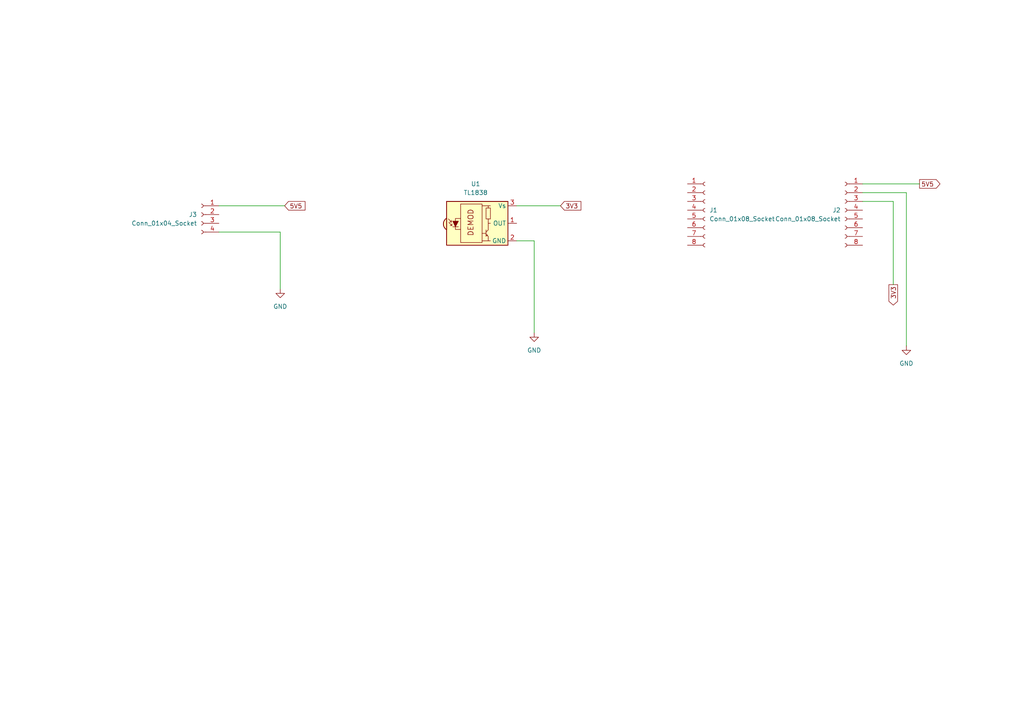
<source format=kicad_sch>
(kicad_sch (version 20250114) (generator "eeschema") (generator_version "9.0")
  (paper "A4")
  (lib_symbols
    (symbol "Connector:Conn_01x04_Socket" (pin_names (offset 1.016) (hide yes))
      (property "Reference" "J" (at 0 5.08 0))
      (property "Value" "Conn_01x04_Socket" (at 0 -7.62 0))
      (symbol "Conn_01x04_Socket_1_1"
        (polyline (pts (xy -1.27 2.54) (xy -0.508 2.54)) (stroke (width 0.1524)))
        (polyline (pts (xy -1.27 0) (xy -0.508 0)) (stroke (width 0.1524)))
        (polyline (pts (xy -1.27 -2.54) (xy -0.508 -2.54)) (stroke (width 0.1524)))
        (polyline (pts (xy -1.27 -5.08) (xy -0.508 -5.08)) (stroke (width 0.1524)))
        (arc (start 0 2.032) (mid -0.5058 2.54) (end 0 3.048) (stroke (width 0.1524)))
        (arc (start 0 -0.508) (mid -0.5058 0) (end 0 0.508) (stroke (width 0.1524)))
        (arc (start 0 -3.048) (mid -0.5058 -2.54) (end 0 -2.032) (stroke (width 0.1524)))
        (arc (start 0 -5.588) (mid -0.5058 -5.08) (end 0 -4.572) (stroke (width 0.1524)))
        (pin passive line (at -5.08 2.54 0) (length 3.81) (name "Pin_1") (number "1"))
        (pin passive line (at -5.08 0 0) (length 3.81) (name "Pin_2") (number "2"))
        (pin passive line (at -5.08 -2.54 0) (length 3.81) (name "Pin_3") (number "3"))
        (pin passive line (at -5.08 -5.08 0) (length 3.81) (name "Pin_4") (number "4"))
      )
    )
    (symbol "Connector:Conn_01x08_Socket" (pin_names (offset 1.016) (hide yes))
      (property "Reference" "J" (at 0 10.16 0))
      (property "Value" "Conn_01x08_Socket" (at 0 -12.7 0))
      (symbol "Conn_01x08_Socket_1_1"
        (polyline (pts (xy -1.27 7.62) (xy -0.508 7.62)) (stroke (width 0.1524)))
        (polyline (pts (xy -1.27 5.08) (xy -0.508 5.08)) (stroke (width 0.1524)))
        (polyline (pts (xy -1.27 2.54) (xy -0.508 2.54)) (stroke (width 0.1524)))
        (polyline (pts (xy -1.27 0) (xy -0.508 0)) (stroke (width 0.1524)))
        (polyline (pts (xy -1.27 -2.54) (xy -0.508 -2.54)) (stroke (width 0.1524)))
        (polyline (pts (xy -1.27 -5.08) (xy -0.508 -5.08)) (stroke (width 0.1524)))
        (polyline (pts (xy -1.27 -7.62) (xy -0.508 -7.62)) (stroke (width 0.1524)))
        (polyline (pts (xy -1.27 -10.16) (xy -0.508 -10.16)) (stroke (width 0.1524)))
        (arc (start 0 7.112) (mid -0.5058 7.62) (end 0 8.128) (stroke (width 0.1524)))
        (arc (start 0 4.572) (mid -0.5058 5.08) (end 0 5.588) (stroke (width 0.1524)))
        (arc (start 0 2.032) (mid -0.5058 2.54) (end 0 3.048) (stroke (width 0.1524)))
        (arc (start 0 -0.508) (mid -0.5058 0) (end 0 0.508) (stroke (width 0.1524)))
        (arc (start 0 -3.048) (mid -0.5058 -2.54) (end 0 -2.032) (stroke (width 0.1524)))
        (arc (start 0 -5.588) (mid -0.5058 -5.08) (end 0 -4.572) (stroke (width 0.1524)))
        (arc (start 0 -8.128) (mid -0.5058 -7.62) (end 0 -7.112) (stroke (width 0.1524)))
        (arc (start 0 -10.668) (mid -0.5058 -10.16) (end 0 -9.652) (stroke (width 0.1524)))
        (pin passive line (at -5.08 7.62 0) (length 3.81) (name "Pin_1") (number "1"))
        (pin passive line (at -5.08 5.08 0) (length 3.81) (name "Pin_2") (number "2"))
        (pin passive line (at -5.08 2.54 0) (length 3.81) (name "Pin_3") (number "3"))
        (pin passive line (at -5.08 0 0) (length 3.81) (name "Pin_4") (number "4"))
        (pin passive line (at -5.08 -2.54 0) (length 3.81) (name "Pin_5") (number "5"))
        (pin passive line (at -5.08 -5.08 0) (length 3.81) (name "Pin_6") (number "6"))
        (pin passive line (at -5.08 -7.62 0) (length 3.81) (name "Pin_7") (number "7"))
        (pin passive line (at -5.08 -10.16 0) (length 3.81) (name "Pin_8") (number "8"))
      )
    )
    (symbol "Interface_Optical:TSOP582xx"
      (property "Reference" "U" (at -10.16 7.62 0))
      (property "Value" "TSOP582xx" (at -10.16 -7.62 0))
      (symbol "TSOP582xx_0_0"
        (arc (start -10.287 -1.778) (mid -11.0899 -0.1905) (end -10.287 1.397) (stroke (width 0.254)) (fill (type background)))
        (polyline (pts (xy 1.905 5.08) (xy 0.127 5.08)))
        (polyline (pts (xy 1.905 -5.08) (xy 0.127 -5.08)))
        (text "DEMOD" (at -3.175 0.254 900) (effects (font (size 1.524 1.524))))
      )
      (symbol "TSOP582xx_0_1"
        (polyline (pts (xy -8.763 0.381) (xy -9.652 1.27)))
        (polyline (pts (xy -8.763 0.381) (xy -9.271 0.381)))
        (polyline (pts (xy -8.763 0.381) (xy -8.763 0.889)))
        (polyline (pts (xy -8.636 -0.635) (xy -9.525 0.254)))
        (polyline (pts (xy -8.636 -0.635) (xy -9.144 -0.635)))
        (polyline (pts (xy -8.636 -0.635) (xy -8.636 -0.127)))
        (polyline (pts (xy -8.382 0.635) (xy -6.731 0.635) (xy -7.62 -1.016) (xy -8.382 0.635)) (fill (type outline)))
        (polyline (pts (xy -8.382 -1.016) (xy -6.731 -1.016)))
        (rectangle (start -6.096 5.588) (end 0.127 -5.588))
        (polyline (pts (xy -6.096 1.397) (xy -7.62 1.397) (xy -7.62 -1.778) (xy -6.096 -1.778)))
        (polyline (pts (xy 1.27 -1.905) (xy 1.27 -3.81)))
        (polyline (pts (xy 1.27 -2.54) (xy 1.905 -1.905) (xy 1.905 0) (xy 2.54 0)))
        (polyline (pts (xy 1.27 -2.921) (xy 0.127 -2.921)))
        (polyline (pts (xy 1.27 -3.175) (xy 1.905 -3.81) (xy 1.905 -5.08) (xy 2.54 -5.08)))
        (polyline (pts (xy 1.397 -3.556) (xy 1.524 -3.556)))
        (polyline (pts (xy 1.651 -3.556) (xy 1.524 -3.556)))
        (polyline (pts (xy 1.651 -3.556) (xy 1.651 -3.302)))
        (polyline (pts (xy 1.905 4.445) (xy 1.905 5.08) (xy 2.54 5.08)))
        (polyline (pts (xy 1.905 0) (xy 1.905 1.27)))
        (rectangle (start 2.54 1.27) (end 1.27 4.445))
        (rectangle (start 7.62 6.35) (end -10.16 -6.35) (stroke (width 0.254)) (fill (type background)))
      )
      (symbol "TSOP582xx_1_1"
        (pin power_in line (at 10.16 5.08 180) (length 2.54) (name "Vs") (number "3"))
        (pin output line (at 10.16 0 180) (length 2.54) (name "OUT") (number "1"))
        (pin power_in line (at 10.16 -5.08 180) (length 2.54) (name "GND") (number "2"))
      )
    )
    (symbol "power:GND" (power) (pin_numbers (hide yes)) (pin_names (offset 0) (hide yes))
      (property "Value" "GND" (at 0 -3.81 0))
      (symbol "GND_0_1"
        (polyline (pts (xy 0 0) (xy 0 -1.27) (xy 1.27 -1.27) (xy 0 -2.54) (xy -1.27 -1.27) (xy 0 -1.27)))
      )
      (symbol "GND_1_1"
        (pin power_in line (at 0 0 270) (length 0) (name "~") (number "1"))
      )
    )
  )
  (wire (pts (xy 154.94 69.85) (xy 154.94 96.52)))
  (wire (pts (xy 63.5 67.31) (xy 81.28 67.31)))
  (wire (pts (xy 250.19 55.88) (xy 262.89 55.88)))
  (wire (pts (xy 149.86 69.85) (xy 154.94 69.85)))
  (wire (pts (xy 250.19 58.42) (xy 259.08 58.42)))
  (wire (pts (xy 149.86 59.69) (xy 162.56 59.69)))
  (wire (pts (xy 259.08 58.42) (xy 259.08 82.55)))
  (wire (pts (xy 250.19 53.34) (xy 266.7 53.34)))
  (wire (pts (xy 262.89 55.88) (xy 262.89 100.33)))
  (wire (pts (xy 63.5 59.69) (xy 82.55 59.69)))
  (wire (pts (xy 81.28 67.31) (xy 81.28 83.82)))
  (global_label "3V3" (shape output) (at 259.08 82.55 270) (property "Intersheetrefs" "${INTERSHEET_REFS}" (effects (hide yes))))
  (global_label "3V3" (shape input) (at 162.56 59.69 0) (property "Intersheetrefs" "${INTERSHEET_REFS}" (effects (hide yes))))
  (global_label "5V5" (shape output) (at 266.7 53.34 0) (property "Intersheetrefs" "${INTERSHEET_REFS}" (effects (hide yes))))
  (global_label "5V5" (shape input) (at 82.55 59.69 0) (property "Intersheetrefs" "${INTERSHEET_REFS}" (effects (hide yes))))
  (symbol (lib_id "Interface_Optical:TSOP582xx") (at 139.7 64.77 0) (unit 1)
    (property "Reference" "U1" (at 137.965 53.34 0))
    (property "Value" "TL1838" (at 137.965 55.88 0))
    (property "Footprint" "OptoDevice:Vishay_MINICAST-3Pin" (effects (hide yes)))
    (property "Datasheet" "http://www.vishay.com/docs/82461/tsop582.pdf" (effects (hide yes)))
    (property "Description" "Photo Modules for PCM Remote Control Systems" (effects (hide yes)))
  )
  (symbol (lib_id "Connector:Conn_01x08_Socket") (at 245.11 60.96 0) (mirror y) (unit 1)
    (property "Reference" "J2" (at 243.84 60.9599 0) (effects (justify left)))
    (property "Value" "Conn_01x08_Socket" (at 243.84 63.4999 0) (effects (justify left)))
    (property "Footprint" "Connector_PinHeader_2.54mm:PinHeader_1x08_P2.54mm_Vertical" (effects (hide yes)))
    (property "Description" "Generic connector, single row, 01x08, script generated" (effects (hide yes)))
  )
  (symbol (lib_id "Connector:Conn_01x08_Socket") (at 204.47 60.96 0) (unit 1)
    (property "Reference" "J1" (at 205.74 60.9599 0) (effects (justify left)))
    (property "Value" "Conn_01x08_Socket" (at 205.74 63.4999 0) (effects (justify left)))
    (property "Footprint" "Connector_PinHeader_2.54mm:PinHeader_1x08_P2.54mm_Vertical" (effects (hide yes)))
    (property "Description" "Generic connector, single row, 01x08, script generated" (effects (hide yes)))
  )
  (symbol (lib_id "Connector:Conn_01x04_Socket") (at 58.42 62.23 0) (mirror y) (unit 1)
    (property "Reference" "J3" (at 57.15 62.2299 0) (effects (justify left)))
    (property "Value" "Conn_01x04_Socket" (at 57.15 64.7699 0) (effects (justify left)))
    (property "Footprint" "Connector_PinHeader_2.54mm:PinHeader_1x04_P2.54mm_Vertical" (effects (hide yes)))
    (property "Description" "Generic connector, single row, 01x04, script generated" (effects (hide yes)))
  )
  (symbol (lib_id "power:GND") (at 81.28 83.82 0) (unit 1)
    (property "Reference" "#PWR03" (effects (hide yes)))
    (property "Value" "GND" (at 81.28 88.9 0))
    (property "Description" "Power symbol creates a global label with name \"GND\" , ground" (effects (hide yes)))
  )
  (symbol (lib_id "power:GND") (at 154.94 96.52 0) (unit 1)
    (property "Reference" "#PWR01" (effects (hide yes)))
    (property "Value" "GND" (at 154.94 101.6 0))
    (property "Description" "Power symbol creates a global label with name \"GND\" , ground" (effects (hide yes)))
  )
  (symbol (lib_id "power:GND") (at 262.89 100.33 0) (unit 1)
    (property "Reference" "#PWR02" (effects (hide yes)))
    (property "Value" "GND" (at 262.89 105.41 0))
    (property "Description" "Power symbol creates a global label with name \"GND\" , ground" (effects (hide yes)))
  )
)
</source>
